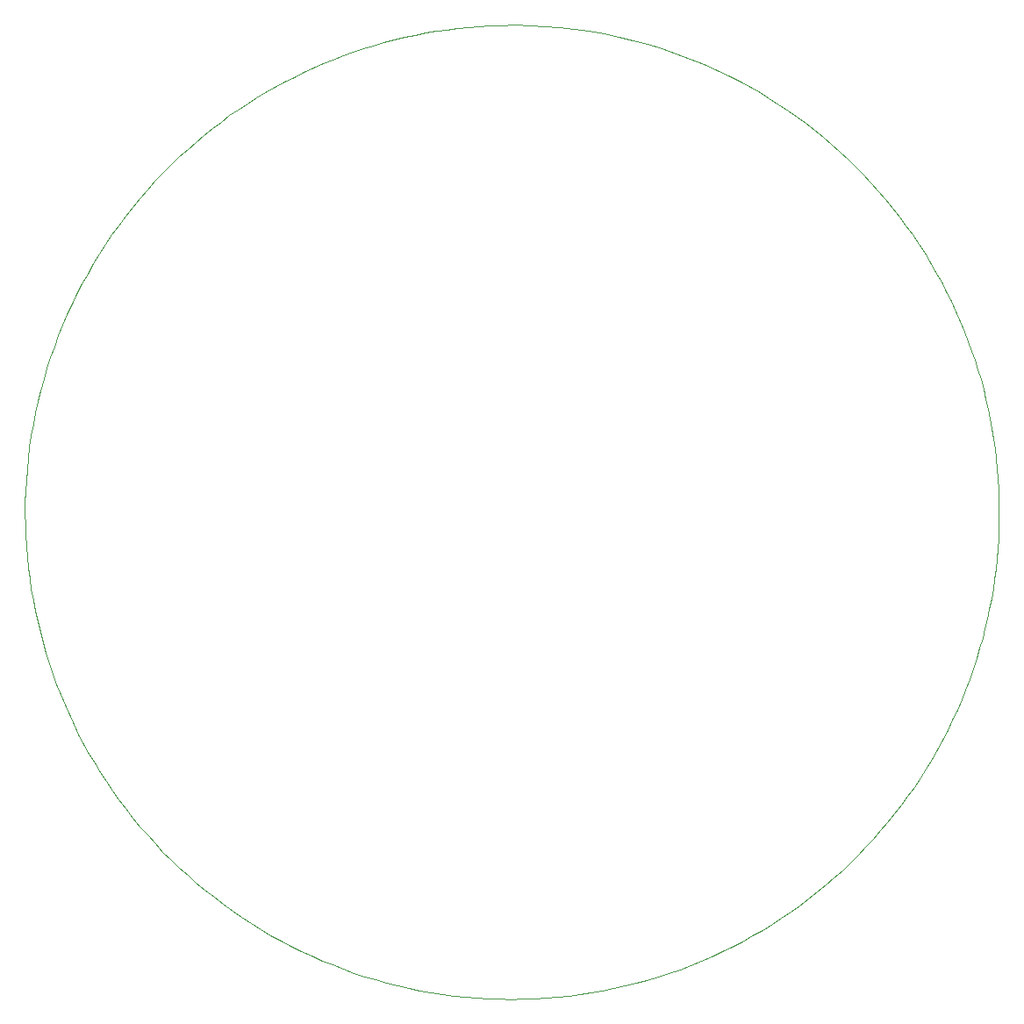
<source format=gbr>
%TF.GenerationSoftware,KiCad,Pcbnew,7.0.8*%
%TF.CreationDate,2024-08-08T21:43:19+02:00*%
%TF.ProjectId,Smiley V8,536d696c-6579-4205-9638-2e6b69636164,rev?*%
%TF.SameCoordinates,Original*%
%TF.FileFunction,Profile,NP*%
%FSLAX46Y46*%
G04 Gerber Fmt 4.6, Leading zero omitted, Abs format (unit mm)*
G04 Created by KiCad (PCBNEW 7.0.8) date 2024-08-08 21:43:19*
%MOMM*%
%LPD*%
G01*
G04 APERTURE LIST*
%TA.AperFunction,Profile*%
%ADD10C,0.100000*%
%TD*%
G04 APERTURE END LIST*
D10*
X102036300Y-53279600D02*
X101109900Y-52749540D01*
X32128220Y-103274100D02*
X32354170Y-104305200D01*
X52590000Y-54323530D02*
X51728600Y-54894000D01*
X61830800Y-137835100D02*
X62867100Y-138205900D01*
X38980200Y-119741700D02*
X39575500Y-120614300D01*
X34350340Y-76734100D02*
X33960200Y-77769700D01*
X63764000Y-49033250D02*
X62784000Y-49360660D01*
X123372900Y-80954700D02*
X123097800Y-80022900D01*
X108139300Y-57569800D02*
X107310900Y-56897600D01*
X52051400Y-132838400D02*
X52974000Y-133438700D01*
X81368000Y-140639400D02*
X82471200Y-140548900D01*
X75837300Y-140700900D02*
X76943400Y-140741100D01*
X66025300Y-139168500D02*
X67092900Y-139438400D01*
X46847700Y-58712900D02*
X46027300Y-59457600D01*
X123270900Y-106848100D02*
X123532700Y-105912300D01*
X116767500Y-66975300D02*
X116149000Y-66106000D01*
X49370300Y-130911700D02*
X50249000Y-131574600D01*
X121505800Y-111869200D02*
X121905200Y-110882300D01*
X122635100Y-108881700D02*
X122964900Y-107868800D01*
X123097800Y-80022900D02*
X122802800Y-79097100D01*
X95353400Y-137487500D02*
X96379100Y-137071300D01*
X92563200Y-49028850D02*
X91186500Y-48606680D01*
X92221400Y-138589600D02*
X93274000Y-138246800D01*
X93274000Y-138246800D02*
X94318200Y-137879400D01*
X44443700Y-61005700D02*
X43681100Y-61808000D01*
X31736570Y-86326000D02*
X31574790Y-87421200D01*
X116933100Y-120269600D02*
X117524200Y-119384200D01*
X47660300Y-129525700D02*
X48507200Y-130228600D01*
X70791100Y-47349330D02*
X69772600Y-47523560D01*
X99219800Y-51755590D02*
X97923100Y-51129710D01*
X45225900Y-60222100D02*
X44443700Y-61005700D01*
X71431000Y-140274300D02*
X72528700Y-140421100D01*
X52974000Y-133438700D02*
X53910300Y-134017500D01*
X114375200Y-123672300D02*
X115043000Y-122843300D01*
X105018700Y-132311400D02*
X105885900Y-131693300D01*
X113483900Y-62774800D02*
X112771600Y-61980500D01*
X64751000Y-48727220D02*
X63764000Y-49033250D01*
X69772600Y-47523560D02*
X68758300Y-47720180D01*
X32139180Y-84149300D02*
X31924790Y-85235200D01*
X35202470Y-74691500D02*
X34764510Y-75707800D01*
X57781700Y-136111300D02*
X58778600Y-136577700D01*
X51142900Y-132217000D02*
X52051400Y-132838400D01*
X39575500Y-120614300D02*
X40191200Y-121472900D01*
X86854300Y-139930700D02*
X87939700Y-139712600D01*
X117366000Y-67858400D02*
X116767500Y-66975300D01*
X71813300Y-47197680D02*
X70791100Y-47349330D01*
X124273300Y-84733100D02*
X124078200Y-83781600D01*
X89019600Y-139469300D02*
X90093700Y-139201000D01*
X109203300Y-129025600D02*
X109993100Y-128312100D01*
X82715500Y-46976220D02*
X81280700Y-46859360D01*
X120519300Y-73423600D02*
X120047700Y-72466400D01*
X102949800Y-53831190D02*
X102036300Y-53279600D01*
X120639400Y-113813800D02*
X121083700Y-112846500D01*
X122152800Y-77264900D02*
X121797800Y-76359300D01*
X40831100Y-65192700D02*
X40170000Y-66080000D01*
X110530000Y-59696600D02*
X109749200Y-58969700D01*
X62784000Y-49360660D02*
X61811200Y-49709270D01*
X58941800Y-50880560D02*
X58003100Y-51312240D01*
X34184460Y-110363500D02*
X34567320Y-111347100D01*
X33960200Y-77769700D02*
X33594370Y-78814200D01*
X120047700Y-72466400D02*
X119554000Y-71520500D01*
X31331620Y-89622900D02*
X31248150Y-90676000D01*
X100374200Y-135165300D02*
X101343200Y-134629100D01*
X78402800Y-46762720D02*
X76962300Y-46783900D01*
X76962300Y-46783900D02*
X76962300Y-46783900D01*
X104136900Y-132909100D02*
X105018700Y-132311400D01*
X75928900Y-46820150D02*
X74896900Y-46879820D01*
X54859700Y-134574500D02*
X55821800Y-135109400D01*
X39530000Y-66982600D02*
X38911500Y-67900100D01*
X123627900Y-81892000D02*
X123372900Y-80954700D01*
X43685900Y-125723700D02*
X44444400Y-126521300D01*
X32602950Y-105331000D02*
X32874420Y-106351100D01*
X31745380Y-101198200D02*
X31925250Y-102238300D01*
X111523000Y-126832000D02*
X112262500Y-126066400D01*
X48507200Y-130228600D02*
X49370300Y-130911700D01*
X109749200Y-58969700D02*
X108952200Y-58260600D01*
X122487800Y-78177600D02*
X122152800Y-77264900D01*
X114854000Y-64410400D02*
X114178200Y-63584900D01*
X97923100Y-51129710D02*
X96607800Y-50543620D01*
X97394600Y-136630900D02*
X98399300Y-136166300D01*
X118646000Y-117574800D02*
X119176200Y-116651700D01*
X86988300Y-47595180D02*
X85570700Y-47344610D01*
X112262500Y-126066400D02*
X112984600Y-125284200D01*
X61811200Y-49709270D02*
X60846300Y-50078900D01*
X112771600Y-61980500D02*
X112041600Y-61202400D01*
X60803600Y-137440000D02*
X61830800Y-137835100D01*
X67092900Y-139438400D02*
X68167000Y-139682300D01*
X104736700Y-54997300D02*
X103850100Y-54403890D01*
X125061500Y-96334300D02*
X125105200Y-95363600D01*
X96607800Y-50543620D02*
X95275200Y-49997800D01*
X117524200Y-119384200D02*
X118095300Y-118485800D01*
X44444400Y-126521300D02*
X45221600Y-127300600D01*
X122964900Y-107868800D02*
X123270900Y-106848100D01*
X120173200Y-114770800D02*
X120639400Y-113813800D01*
X123997000Y-104025300D02*
X124199500Y-103075000D01*
X32645400Y-81994800D02*
X32379470Y-83069100D01*
X102298900Y-134069300D02*
X103241000Y-133485900D01*
X31439720Y-88520400D02*
X31331620Y-89622900D01*
X59786100Y-137020700D02*
X60803600Y-137440000D01*
X84146000Y-47138130D02*
X82715500Y-46976220D01*
X56155100Y-52236460D02*
X55246800Y-52728660D01*
X94318200Y-137879400D02*
X95353400Y-137487500D01*
X36656310Y-71707300D02*
X36148630Y-72690600D01*
X37851700Y-117957000D02*
X38405600Y-118855800D01*
X98399300Y-136166300D02*
X99392800Y-135677800D01*
X121394700Y-75370500D02*
X120968400Y-74391800D01*
X110766400Y-127580700D02*
X111523000Y-126832000D01*
X43681100Y-61808000D02*
X42938300Y-62628400D01*
X46830100Y-128803100D02*
X47660300Y-129525700D01*
X47624600Y-58030100D02*
X46847700Y-58712900D01*
X31925250Y-102238300D02*
X32128220Y-103274100D01*
X124914400Y-98271900D02*
X124997900Y-97303800D01*
X33168440Y-107364900D02*
X33484880Y-108371900D01*
X84669900Y-140290900D02*
X85764200Y-140123500D01*
X31154970Y-92785900D02*
X31144990Y-93841600D01*
X31345820Y-98057600D02*
X31455530Y-99107400D01*
X103241000Y-133485900D02*
X104136900Y-132909100D01*
X36148630Y-72690600D02*
X35663930Y-73685600D01*
X74896900Y-46879820D02*
X73866600Y-46962750D01*
X63911900Y-138551900D02*
X64964800Y-138872900D01*
X124545000Y-101162800D02*
X124688000Y-100201800D01*
X76943400Y-140741100D02*
X78050100Y-140754900D01*
X123774800Y-104971200D02*
X123997000Y-104025300D01*
X125117200Y-92449300D02*
X125081400Y-91478500D01*
X31159220Y-94897200D02*
X31197530Y-95952000D01*
X35663930Y-73685600D02*
X35202470Y-74691500D01*
X31197530Y-95952000D02*
X31259770Y-97005700D01*
X117944300Y-68754900D02*
X117366000Y-67858400D01*
X76962300Y-46783900D02*
X76962300Y-46783900D01*
X107575600Y-130397600D02*
X108397300Y-129721000D01*
X74732400Y-140634300D02*
X75837300Y-140700900D01*
X54349500Y-53240690D02*
X53463800Y-53772370D01*
X101109900Y-52749540D02*
X100170900Y-52241400D01*
X124739200Y-87609000D02*
X124603900Y-86647200D01*
X37739500Y-69777300D02*
X37186700Y-70736000D01*
X41527500Y-123224500D02*
X42226900Y-124075000D01*
X33823600Y-109371600D02*
X34184460Y-110363500D01*
X107310900Y-56897600D02*
X106467500Y-56244600D01*
X121083700Y-112846500D02*
X121505800Y-111869200D01*
X32874420Y-106351100D02*
X33168440Y-107364900D01*
X112984600Y-125284200D02*
X113688900Y-124486100D01*
X81280700Y-46859360D02*
X79842700Y-46788040D01*
X122802800Y-79097100D02*
X122487800Y-78177600D01*
X64964800Y-138872900D02*
X66025300Y-139168500D01*
X111294300Y-60441000D02*
X110530000Y-59696600D01*
X123863000Y-82834500D02*
X123627900Y-81892000D01*
X89797500Y-48226700D02*
X88397700Y-47889370D01*
X31259770Y-97005700D02*
X31345820Y-98057600D01*
X34972040Y-112321900D02*
X35398480Y-113287300D01*
X91161100Y-138907700D02*
X92221400Y-138589600D01*
X53910300Y-134017500D02*
X54859700Y-134574500D01*
X125129100Y-94392300D02*
X125133100Y-93420800D01*
X124603900Y-86647200D02*
X124448600Y-85688400D01*
X91186500Y-48606680D02*
X89797500Y-48226700D01*
X68758300Y-47720180D02*
X67748400Y-47939030D01*
X100170900Y-52241400D02*
X99219800Y-51755590D01*
X116149000Y-66106000D02*
X115511100Y-65250900D01*
X32354170Y-104305200D02*
X32602950Y-105331000D01*
X82471200Y-140548900D02*
X83572000Y-140432700D01*
X36806780Y-116122700D02*
X37318700Y-117045800D01*
X35398480Y-113287300D02*
X35846510Y-114243000D01*
X121905200Y-110882300D02*
X122281800Y-109886300D01*
X49223800Y-56719600D02*
X48416900Y-57365700D01*
X93926600Y-49492710D02*
X92563200Y-49028850D01*
X37318700Y-117045800D02*
X37851700Y-117957000D01*
X41513000Y-64321300D02*
X40831100Y-65192700D01*
X50045100Y-56092200D02*
X49223800Y-56719600D01*
X31924790Y-85235200D02*
X31736570Y-86326000D01*
X40191200Y-121472900D02*
X40848700Y-122357100D01*
X85570700Y-47344610D02*
X84146000Y-47138130D01*
X119176200Y-116651700D02*
X119685300Y-115716900D01*
X58778600Y-136577700D02*
X59786100Y-137020700D01*
X124854600Y-88573400D02*
X124739200Y-87609000D01*
X113688900Y-124486100D02*
X114375200Y-123672300D01*
X124382100Y-102120700D02*
X124545000Y-101162800D01*
X56795900Y-135621700D02*
X57781700Y-136111300D01*
X32379470Y-83069100D02*
X32139180Y-84149300D01*
X31189320Y-91730600D02*
X31154970Y-92785900D01*
X115692200Y-121999600D02*
X116322300Y-121141500D01*
X115511100Y-65250900D02*
X114854000Y-64410400D01*
X108952200Y-58260600D02*
X108139300Y-57569800D01*
X114178200Y-63584900D02*
X113483900Y-62774800D01*
X119685300Y-115716900D02*
X120173200Y-114770800D01*
X123532700Y-105912300D02*
X123774800Y-104971200D01*
X121797800Y-76359300D02*
X121394700Y-75370500D01*
X33484880Y-108371900D02*
X33823600Y-109371600D01*
X125025700Y-90508600D02*
X124950100Y-89540100D01*
X55246800Y-52728660D02*
X54349500Y-53240690D01*
X120968400Y-74391800D02*
X120519300Y-73423600D01*
X106738300Y-131055200D02*
X107575600Y-130397600D01*
X105609300Y-55611000D02*
X104736700Y-54997300D01*
X79156900Y-140742500D02*
X80263000Y-140703900D01*
X72528700Y-140421100D02*
X73629300Y-140541000D01*
X32936710Y-80927300D02*
X32645400Y-81994800D01*
X83572000Y-140432700D02*
X84669900Y-140290900D01*
X42946600Y-124908200D02*
X43685900Y-125723700D01*
X51728600Y-54894000D02*
X50880200Y-55483600D01*
X125133100Y-93420800D02*
X125117200Y-92449300D01*
X48416900Y-57365700D02*
X47624600Y-58030100D01*
X78050100Y-140754900D02*
X79156900Y-140742500D01*
X42215500Y-63466300D02*
X41513000Y-64321300D01*
X103850100Y-54403890D02*
X102949800Y-53831190D01*
X95275200Y-49997800D02*
X93926600Y-49492710D01*
X106467500Y-56244600D02*
X105609300Y-55611000D01*
X70337000Y-140100600D02*
X71431000Y-140274300D01*
X60846300Y-50078900D02*
X59889700Y-50469380D01*
X99392800Y-135677800D02*
X100374200Y-135165300D01*
X85764200Y-140123500D02*
X86854300Y-139930700D01*
X36315990Y-115188200D02*
X36806780Y-116122700D01*
X124688000Y-100201800D02*
X124811100Y-99238000D01*
X119038700Y-70586300D02*
X118502000Y-69664300D01*
X118095300Y-118485800D02*
X118646000Y-117574800D01*
X109993100Y-128312100D02*
X110766400Y-127580700D01*
X59889700Y-50469380D02*
X58941800Y-50880560D01*
X50880200Y-55483600D02*
X50045100Y-56092200D01*
X55821800Y-135109400D02*
X56795900Y-135621700D01*
X68167000Y-139682300D02*
X69247200Y-139899800D01*
X45221600Y-127300600D02*
X46017000Y-128061300D01*
X57074100Y-51764270D02*
X56155100Y-52236460D01*
X33253120Y-79866800D02*
X32936710Y-80927300D01*
X58003100Y-51312240D02*
X57074100Y-51764270D01*
X116322300Y-121141500D02*
X116933100Y-120269600D01*
X124950100Y-89540100D02*
X124854600Y-88573400D01*
X118502000Y-69664300D02*
X117944300Y-68754900D01*
X38911500Y-67900100D02*
X38314600Y-68831800D01*
X38314600Y-68831800D02*
X37739500Y-69777300D01*
X72838600Y-47068760D02*
X71813300Y-47197680D01*
X76962300Y-46783900D02*
X75928900Y-46820150D01*
X38405600Y-118855800D02*
X38980200Y-119741700D01*
X90093700Y-139201000D02*
X91161100Y-138907700D01*
X31574790Y-87421200D02*
X31439720Y-88520400D01*
X46027300Y-59457600D02*
X45225900Y-60222100D01*
X87939700Y-139712600D02*
X89019600Y-139469300D01*
X124448600Y-85688400D02*
X124273300Y-84733100D01*
X80263000Y-140703900D02*
X81368000Y-140639400D01*
X31588760Y-100154400D02*
X31745380Y-101198200D01*
X34567320Y-111347100D02*
X34972040Y-112321900D01*
X125105200Y-95363600D02*
X125129100Y-94392300D01*
X31455530Y-99107400D02*
X31588760Y-100154400D01*
X96379100Y-137071300D02*
X97394600Y-136630900D01*
X40848700Y-122357100D02*
X41527500Y-123224500D01*
X101343200Y-134629100D02*
X102298900Y-134069300D01*
X88397700Y-47889370D02*
X86988300Y-47595180D01*
X34764510Y-75707800D02*
X34350340Y-76734100D01*
X119554000Y-71520500D02*
X119038700Y-70586300D01*
X69247200Y-139899800D02*
X70337000Y-140100600D01*
X42938300Y-62628400D02*
X42215500Y-63466300D01*
X124078200Y-83781600D02*
X123863000Y-82834500D01*
X31248150Y-90676000D02*
X31189320Y-91730600D01*
X42226900Y-124075000D02*
X42946600Y-124908200D01*
X115043000Y-122843300D02*
X115692200Y-121999600D01*
X33594370Y-78814200D02*
X33253120Y-79866800D01*
X73629300Y-140541000D02*
X74732400Y-140634300D01*
X108397300Y-129721000D02*
X109203300Y-129025600D01*
X79842700Y-46788040D02*
X78402800Y-46762720D01*
X40170000Y-66080000D02*
X39530000Y-66982600D01*
X37186700Y-70736000D02*
X36656310Y-71707300D01*
X124997900Y-97303800D02*
X125061500Y-96334300D01*
X105885900Y-131693300D02*
X106738300Y-131055200D01*
X53463800Y-53772370D02*
X52590000Y-54323530D01*
X73866600Y-46962750D02*
X72838600Y-47068760D01*
X46017000Y-128061300D02*
X46830100Y-128803100D01*
X62867100Y-138205900D02*
X63911900Y-138551900D01*
X112041600Y-61202400D02*
X111294300Y-60441000D01*
X124811100Y-99238000D02*
X124914400Y-98271900D01*
X67748400Y-47939030D02*
X66743600Y-48179930D01*
X66743600Y-48179930D02*
X65744300Y-48442720D01*
X125081400Y-91478500D02*
X125025700Y-90508600D01*
X31144990Y-93841600D02*
X31159220Y-94897200D01*
X122281800Y-109886300D02*
X122635100Y-108881700D01*
X50249000Y-131574600D02*
X51142900Y-132217000D01*
X65744300Y-48442720D02*
X64751000Y-48727220D01*
X35846510Y-114243000D02*
X36315990Y-115188200D01*
X124199500Y-103075000D02*
X124382100Y-102120700D01*
M02*

</source>
